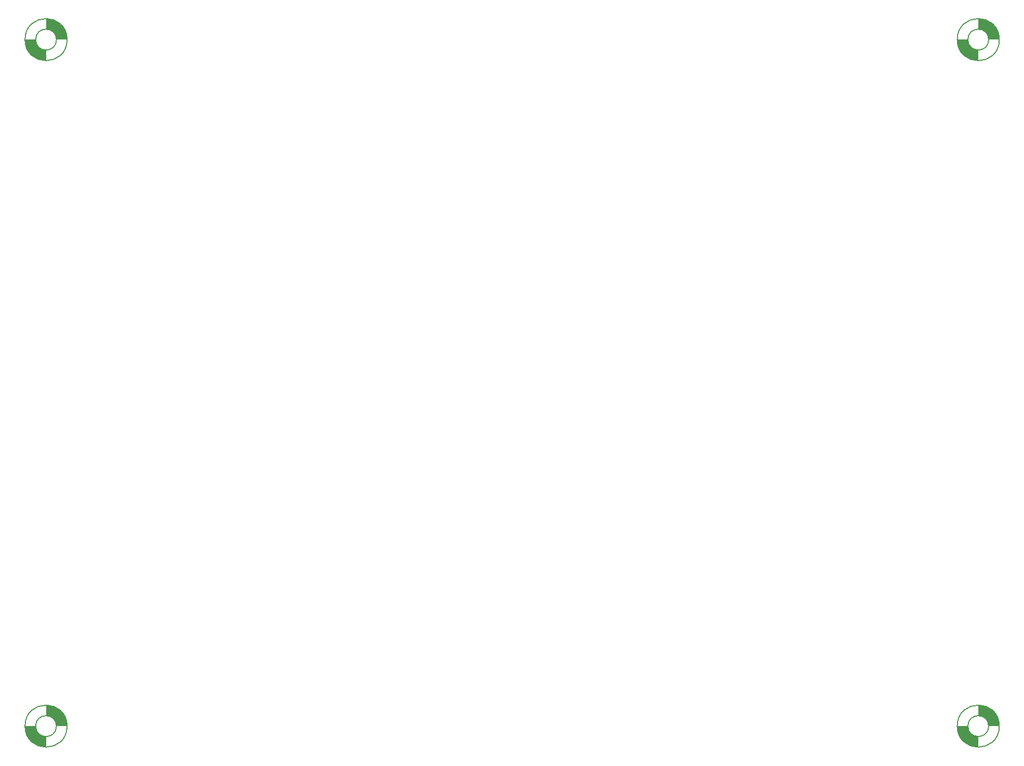
<source format=gbo>
G04*
G04 #@! TF.GenerationSoftware,Altium Limited,Altium Designer,25.0.2 (28)*
G04*
G04 Layer_Color=32896*
%FSLAX44Y44*%
%MOMM*%
G71*
G04*
G04 #@! TF.SameCoordinates,89448804-F20A-4376-BCDE-6976CDED9B52*
G04*
G04*
G04 #@! TF.FilePolarity,Positive*
G04*
G01*
G75*
%ADD10C,0.2000*%
G36*
X76704Y103703D02*
X81046Y102540D01*
X85199Y100820D01*
X89091Y98572D01*
X92657Y95836D01*
X95836Y92657D01*
X98572Y89091D01*
X100820Y85199D01*
X102540Y81046D01*
X103703Y76704D01*
X104290Y72248D01*
Y70000D01*
X87000D01*
X86918Y71666D01*
X86268Y74935D01*
X84993Y78014D01*
X83141Y80785D01*
X80785Y83141D01*
X78014Y84993D01*
X74935Y86268D01*
X71666Y86918D01*
X70000Y87000D01*
Y104290D01*
X72248D01*
X76704Y103703D01*
D02*
G37*
G36*
X53082Y68334D02*
X53732Y65065D01*
X55007Y61986D01*
X56859Y59215D01*
X59215Y56859D01*
X61986Y55007D01*
X65065Y53732D01*
X68334Y53082D01*
X70000Y53000D01*
X70000Y35710D01*
X67752D01*
X63296Y36297D01*
X58954Y37460D01*
X54801Y39180D01*
X50909Y41428D01*
X47343Y44164D01*
X44164Y47343D01*
X41428Y50909D01*
X39180Y54801D01*
X37460Y58954D01*
X36297Y63296D01*
X35710Y67752D01*
Y70000D01*
X53000D01*
X53082Y68334D01*
D02*
G37*
G36*
X76704Y1223703D02*
X81046Y1222540D01*
X85199Y1220820D01*
X89091Y1218572D01*
X92657Y1215836D01*
X95836Y1212657D01*
X98572Y1209091D01*
X100820Y1205199D01*
X102540Y1201046D01*
X103703Y1196704D01*
X104290Y1192247D01*
Y1190000D01*
X87000D01*
X86918Y1191666D01*
X86268Y1194935D01*
X84993Y1198014D01*
X83141Y1200785D01*
X80785Y1203141D01*
X78014Y1204993D01*
X74935Y1206268D01*
X71666Y1206918D01*
X70000Y1207000D01*
Y1224290D01*
X72248D01*
X76704Y1223703D01*
D02*
G37*
G36*
X53082Y1188334D02*
X53732Y1185065D01*
X55007Y1181986D01*
X56859Y1179215D01*
X59215Y1176859D01*
X61986Y1175007D01*
X65065Y1173732D01*
X68334Y1173082D01*
X70000Y1173000D01*
X70000Y1155710D01*
X67752D01*
X63296Y1156297D01*
X58954Y1157460D01*
X54801Y1159180D01*
X50909Y1161428D01*
X47343Y1164164D01*
X44164Y1167343D01*
X41428Y1170909D01*
X39180Y1174801D01*
X37460Y1178954D01*
X36297Y1183296D01*
X35710Y1187753D01*
Y1190000D01*
X53000D01*
X53082Y1188334D01*
D02*
G37*
G36*
X1596704Y103703D02*
X1601046Y102540D01*
X1605199Y100820D01*
X1609091Y98572D01*
X1612657Y95836D01*
X1615836Y92657D01*
X1618572Y89091D01*
X1620820Y85199D01*
X1622540Y81046D01*
X1623703Y76704D01*
X1624290Y72248D01*
Y70000D01*
X1607000D01*
X1606918Y71666D01*
X1606268Y74935D01*
X1604993Y78014D01*
X1603141Y80785D01*
X1600785Y83141D01*
X1598014Y84993D01*
X1594935Y86268D01*
X1591666Y86918D01*
X1590000Y87000D01*
Y104290D01*
X1592247D01*
X1596704Y103703D01*
D02*
G37*
G36*
X1573082Y68334D02*
X1573732Y65065D01*
X1575007Y61986D01*
X1576859Y59215D01*
X1579215Y56859D01*
X1581986Y55007D01*
X1585065Y53732D01*
X1588334Y53082D01*
X1590000Y53000D01*
Y35710D01*
X1587753D01*
X1583296Y36297D01*
X1578954Y37460D01*
X1574801Y39180D01*
X1570909Y41428D01*
X1567343Y44164D01*
X1564164Y47343D01*
X1561428Y50909D01*
X1559180Y54801D01*
X1557460Y58954D01*
X1556297Y63296D01*
X1555710Y67752D01*
Y70000D01*
X1573000D01*
X1573082Y68334D01*
D02*
G37*
G36*
X1596704Y1223703D02*
X1601046Y1222540D01*
X1605199Y1220820D01*
X1609091Y1218572D01*
X1612657Y1215836D01*
X1615836Y1212657D01*
X1618572Y1209091D01*
X1620820Y1205199D01*
X1622540Y1201046D01*
X1623703Y1196704D01*
X1624290Y1192247D01*
Y1190000D01*
X1607000D01*
X1606918Y1191666D01*
X1606268Y1194935D01*
X1604993Y1198014D01*
X1603141Y1200785D01*
X1600785Y1203141D01*
X1598014Y1204993D01*
X1594935Y1206268D01*
X1591666Y1206918D01*
X1590000Y1207000D01*
Y1224290D01*
X1592247D01*
X1596704Y1223703D01*
D02*
G37*
G36*
X1573082Y1188334D02*
X1573732Y1185065D01*
X1575007Y1181986D01*
X1576859Y1179215D01*
X1579215Y1176859D01*
X1581986Y1175007D01*
X1585065Y1173732D01*
X1588334Y1173082D01*
X1590000Y1173000D01*
Y1155710D01*
X1587753D01*
X1583296Y1156297D01*
X1578954Y1157460D01*
X1574801Y1159180D01*
X1570909Y1161428D01*
X1567343Y1164164D01*
X1564164Y1167343D01*
X1561428Y1170909D01*
X1559180Y1174801D01*
X1557460Y1178954D01*
X1556297Y1183296D01*
X1555710Y1187753D01*
Y1190000D01*
X1573000D01*
X1573082Y1188334D01*
D02*
G37*
D10*
X104290Y70000D02*
G03*
X104290Y70000I-34290J0D01*
G01*
X87000D02*
G03*
X87000Y70000I-17000J0D01*
G01*
X1607000D02*
G03*
X1607000Y70000I-17000J0D01*
G01*
X1624290D02*
G03*
X1624290Y70000I-34290J0D01*
G01*
X87000Y1190000D02*
G03*
X87000Y1190000I-17000J0D01*
G01*
X104290D02*
G03*
X104290Y1190000I-34290J0D01*
G01*
X1607000D02*
G03*
X1607000Y1190000I-17000J0D01*
G01*
X1624290D02*
G03*
X1624290Y1190000I-34290J0D01*
G01*
M02*

</source>
